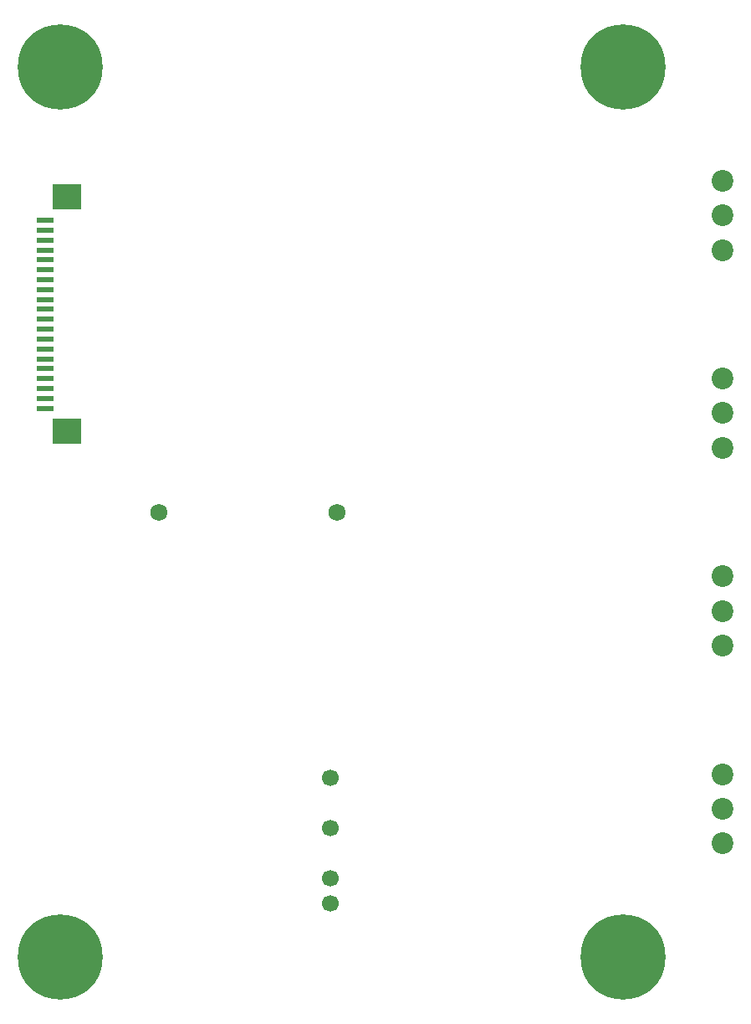
<source format=gbr>
%TF.GenerationSoftware,KiCad,Pcbnew,9.0.6*%
%TF.CreationDate,2025-11-27T08:11:18+03:00*%
%TF.ProjectId,PMCNV-INA226,504d434e-562d-4494-9e41-3232362e6b69,rev?*%
%TF.SameCoordinates,PX3dfd240PY5f5e100*%
%TF.FileFunction,Soldermask,Bot*%
%TF.FilePolarity,Negative*%
%FSLAX46Y46*%
G04 Gerber Fmt 4.6, Leading zero omitted, Abs format (unit mm)*
G04 Created by KiCad (PCBNEW 9.0.6) date 2025-11-27 08:11:18*
%MOMM*%
%LPD*%
G01*
G04 APERTURE LIST*
%ADD10C,1.725000*%
%ADD11C,1.700000*%
%ADD12C,0.900000*%
%ADD13C,8.600000*%
%ADD14C,2.200000*%
%ADD15R,1.800000X0.600000*%
%ADD16R,3.000000X2.600000*%
G04 APERTURE END LIST*
D10*
%TO.C,U4*%
X-7000000Y0D03*
%TD*%
D11*
%TO.C,PS1*%
X-7625000Y-39615000D03*
X-7625000Y-37075000D03*
X-7625000Y-31995000D03*
X-7625000Y-26915000D03*
%TD*%
D12*
%TO.C,H4*%
X18775000Y45000000D03*
X19719581Y47280419D03*
X19719581Y42719581D03*
X22000000Y48225000D03*
D13*
X22000000Y45000000D03*
D12*
X22000000Y41775000D03*
X24280419Y47280419D03*
X24280419Y42719581D03*
X25225000Y45000000D03*
%TD*%
D14*
%TO.C,J1*%
X32000000Y26500000D03*
X32000000Y30000000D03*
X32000000Y33500000D03*
%TD*%
%TO.C,J4*%
X32000000Y-33500000D03*
X32000000Y-30000000D03*
X32000000Y-26500000D03*
%TD*%
%TO.C,J2*%
X32000000Y6500000D03*
X32000000Y10000000D03*
X32000000Y13500000D03*
%TD*%
D12*
%TO.C,H2*%
X18775000Y-45000000D03*
X19719581Y-42719581D03*
X19719581Y-47280419D03*
X22000000Y-41775000D03*
D13*
X22000000Y-45000000D03*
D12*
X22000000Y-48225000D03*
X24280419Y-42719581D03*
X24280419Y-47280419D03*
X25225000Y-45000000D03*
%TD*%
%TO.C,H1*%
X-38225000Y-45000000D03*
X-37280419Y-42719581D03*
X-37280419Y-47280419D03*
X-35000000Y-41775000D03*
D13*
X-35000000Y-45000000D03*
D12*
X-35000000Y-48225000D03*
X-32719581Y-42719581D03*
X-32719581Y-47280419D03*
X-31775000Y-45000000D03*
%TD*%
D10*
%TO.C,U3*%
X-25000000Y0D03*
%TD*%
D14*
%TO.C,J3*%
X32000000Y-13500000D03*
X32000000Y-10000000D03*
X32000000Y-6500000D03*
%TD*%
D12*
%TO.C,H3*%
X-38225000Y45000000D03*
X-37280419Y47280419D03*
X-37280419Y42719581D03*
X-35000000Y48225000D03*
D13*
X-35000000Y45000000D03*
D12*
X-35000000Y41775000D03*
X-32719581Y47280419D03*
X-32719581Y42719581D03*
X-31775000Y45000000D03*
%TD*%
D15*
%TO.C,JM2*%
X-36546000Y29500000D03*
X-36546000Y28500000D03*
X-36546000Y27500000D03*
X-36546000Y26500000D03*
X-36546000Y25500000D03*
X-36546000Y24500000D03*
X-36546000Y23500000D03*
X-36546000Y22500000D03*
X-36546000Y21500000D03*
X-36546000Y20500000D03*
X-36546000Y19500000D03*
X-36546000Y18500000D03*
X-36546000Y17500000D03*
X-36546000Y16500000D03*
X-36546000Y15500000D03*
X-36546000Y14500000D03*
X-36546000Y13500000D03*
X-36546000Y12500000D03*
X-36546000Y11500000D03*
X-36546000Y10500000D03*
D16*
X-34375000Y31850000D03*
X-34375000Y8150000D03*
%TD*%
M02*

</source>
